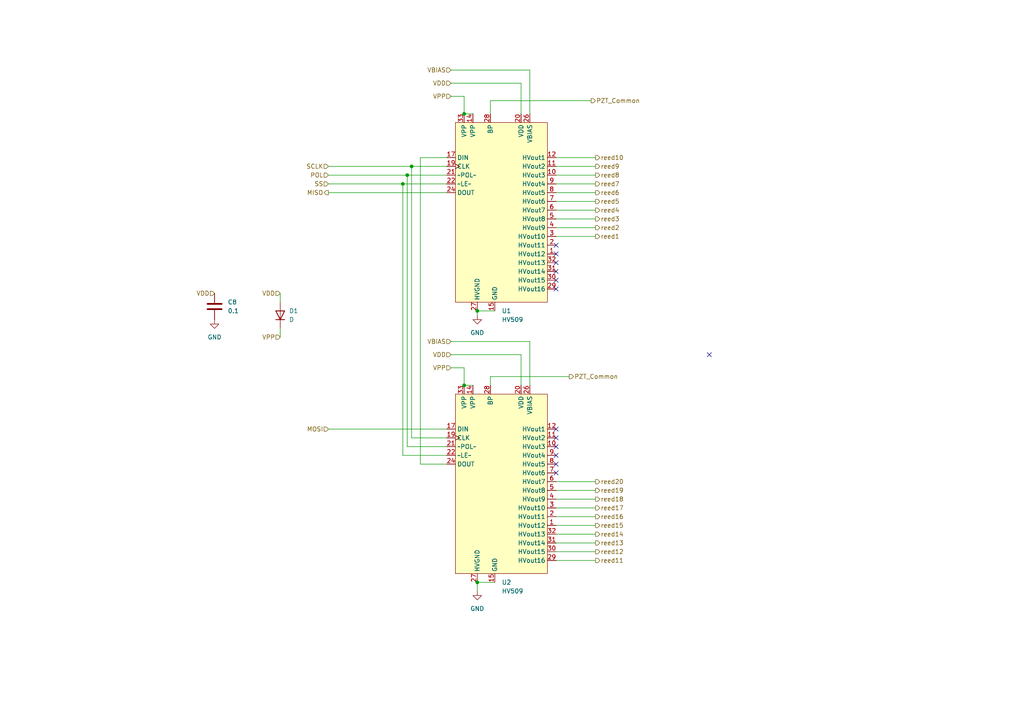
<source format=kicad_sch>
(kicad_sch (version 20230121) (generator eeschema)
  (paper "A4")
  (lib_symbols
    (symbol "Device:C" (pin_numbers hide) (pin_names (offset 0.254))
      (property "Reference" "C" (at 0.635 2.54 0))
      (property "Value" "C" (at 0.635 -2.54 0))
      (symbol "C_0_1"
        (polyline (pts (xy -2.032 -0.762) (xy 2.032 -0.762)) (stroke (width 0.508)))
        (polyline (pts (xy -2.032 0.762) (xy 2.032 0.762)) (stroke (width 0.508)))
      )
      (symbol "C_1_1"
        (pin passive line (at 0 3.81 270) (length 2.794) (name "~") (number "1"))
        (pin passive line (at 0 -3.81 90) (length 2.794) (name "~") (number "2"))
      )
    )
    (symbol "Device:D" (pin_numbers hide) (pin_names (offset 1.016) hide)
      (property "Reference" "D" (at 0 2.54 0))
      (property "Value" "D" (at 0 -2.54 0))
      (symbol "D_0_1"
        (polyline (pts (xy -1.27 1.27) (xy -1.27 -1.27)) (stroke (width 0.254)))
        (polyline (pts (xy 1.27 0) (xy -1.27 0)))
        (polyline (pts (xy 1.27 1.27) (xy 1.27 -1.27) (xy -1.27 0) (xy 1.27 1.27)) (stroke (width 0.254)))
      )
      (symbol "D_1_1"
        (pin passive line (at -3.81 0 0) (length 2.54) (name "K") (number "1"))
        (pin passive line (at 3.81 0 180) (length 2.54) (name "A") (number "2"))
      )
    )
    (symbol "GND_1" (power) (pin_names (offset 0))
      (property "Value" "GND_1" (at 0 -3.81 0))
      (symbol "GND_1_0_1"
        (polyline (pts (xy 0 0) (xy 0 -1.27) (xy 1.27 -1.27) (xy 0 -2.54) (xy -1.27 -1.27) (xy 0 -1.27)))
      )
      (symbol "GND_1_1_1"
        (pin power_in line (at 0 0 270) (length 0) hide (name "GND") (number "1"))
      )
    )
    (symbol "HV509:HV509"
      (property "Reference" "U?" (at 0 31.75 0))
      (property "Value" "HV509" (at 0 29.21 0))
      (symbol "HV509_0_1"
        (rectangle (start 12.7 -26.67) (end -13.97 25.4) (fill (type background)))
      )
      (symbol "HV509_1_1"
        (pin output line (at 15.24 -12.7 180) (length 2.54) (name "HVout12") (number "1"))
        (pin output line (at 15.24 10.16 180) (length 2.54) (name "HVout3") (number "10"))
        (pin output line (at 15.24 12.7 180) (length 2.54) (name "HVout2") (number "11"))
        (pin output line (at 15.24 15.24 180) (length 2.54) (name "HVout1") (number "12"))
        (pin no_connect line (at -16.51 0 0) (length 2.54) hide (name "NC") (number "13"))
        (pin power_in line (at -8.89 27.94 270) (length 2.54) (name "VPP") (number "14"))
        (pin power_in line (at -2.54 -29.21 90) (length 2.54) (name "GND") (number "15"))
        (pin no_connect line (at -16.51 -2.54 0) (length 2.54) hide (name "NC") (number "16"))
        (pin input line (at -16.51 15.24 0) (length 2.54) (name "DIN") (number "17"))
        (pin no_connect line (at -16.51 -5.08 0) (length 2.54) hide (name "NC") (number "18"))
        (pin input clock (at -16.51 12.7 0) (length 2.54) (name "CLK") (number "19"))
        (pin output line (at 15.24 -10.16 180) (length 2.54) (name "HVout11") (number "2"))
        (pin power_in line (at 5.08 27.94 270) (length 2.54) (name "VDD") (number "20"))
        (pin input line (at -16.51 10.16 0) (length 2.54) (name "~POL~") (number "21"))
        (pin input line (at -16.51 7.62 0) (length 2.54) (name "~LE~") (number "22"))
        (pin no_connect line (at -16.51 -7.62 0) (length 2.54) hide (name "NC") (number "23"))
        (pin input line (at -16.51 5.08 0) (length 2.54) (name "DOUT") (number "24"))
        (pin no_connect line (at -16.51 -10.16 0) (length 2.54) hide (name "NC") (number "25"))
        (pin power_in line (at 7.62 27.94 270) (length 2.54) (name "VBIAS") (number "26"))
        (pin power_in line (at -7.62 -29.21 90) (length 2.54) (name "HVGND") (number "27"))
        (pin power_out line (at -3.81 27.94 270) (length 2.54) (name "BP") (number "28"))
        (pin output line (at 15.24 -22.86 180) (length 2.54) (name "HVout16") (number "29"))
        (pin output line (at 15.24 -7.62 180) (length 2.54) (name "HVout10") (number "3"))
        (pin output line (at 15.24 -20.32 180) (length 2.54) (name "HVout15") (number "30"))
        (pin output line (at 15.24 -17.78 180) (length 2.54) (name "HVout14") (number "31"))
        (pin output line (at 15.24 -15.24 180) (length 2.54) (name "HVout13") (number "32"))
        (pin power_in line (at -11.43 27.94 270) (length 2.54) (name "VPP") (number "33"))
        (pin output line (at 15.24 -5.08 180) (length 2.54) (name "HVout9") (number "4"))
        (pin output line (at 15.24 -2.54 180) (length 2.54) (name "HVout8") (number "5"))
        (pin output line (at 15.24 0 180) (length 2.54) (name "HVout7") (number "6"))
        (pin output line (at 15.24 2.54 180) (length 2.54) (name "HVout6") (number "7"))
        (pin output line (at 15.24 5.08 180) (length 2.54) (name "HVout5") (number "8"))
        (pin output line (at 15.24 7.62 180) (length 2.54) (name "HVout4") (number "9"))
      )
    )
    (symbol "power:GND" (power) (pin_names (offset 0))
      (property "Value" "GND" (at 0 -3.81 0))
      (symbol "GND_0_1"
        (polyline (pts (xy 0 0) (xy 0 -1.27) (xy 1.27 -1.27) (xy 0 -2.54) (xy -1.27 -1.27) (xy 0 -1.27)))
      )
      (symbol "GND_1_1"
        (pin power_in line (at 0 0 270) (length 0) hide (name "GND") (number "1"))
      )
    )
  )
  (junction (at 116.84 53.34))
  (junction (at 134.62 111.76))
  (junction (at 118.11 50.8))
  (junction (at 134.62 33.02))
  (junction (at 119.38 48.26))
  (junction (at 138.43 90.17))
  (junction (at 138.43 168.91))
  (no_connect (at 161.29 137.16))
  (no_connect (at 161.29 81.28))
  (no_connect (at 161.29 134.62))
  (no_connect (at 161.29 71.12))
  (no_connect (at 161.29 76.2))
  (no_connect (at 161.29 78.74))
  (no_connect (at 161.29 127))
  (no_connect (at 161.29 124.46))
  (no_connect (at 161.29 132.08))
  (no_connect (at 205.74 102.87))
  (no_connect (at 161.29 73.66))
  (no_connect (at 161.29 83.82))
  (no_connect (at 161.29 129.54))
  (wire (pts (xy 172.72 48.26) (xy 161.29 48.26)))
  (wire (pts (xy 116.84 53.34) (xy 116.84 132.08)))
  (wire (pts (xy 172.72 55.88) (xy 161.29 55.88)))
  (wire (pts (xy 172.72 144.78) (xy 161.29 144.78)))
  (wire (pts (xy 172.72 154.94) (xy 161.29 154.94)))
  (wire (pts (xy 81.28 97.79) (xy 81.28 95.25)))
  (wire (pts (xy 172.72 60.96) (xy 161.29 60.96)))
  (wire (pts (xy 138.43 90.17) (xy 143.51 90.17)))
  (wire (pts (xy 130.81 20.32) (xy 153.67 20.32)))
  (wire (pts (xy 134.62 33.02) (xy 137.16 33.02)))
  (wire (pts (xy 121.92 134.62) (xy 121.92 45.72)))
  (wire (pts (xy 118.11 129.54) (xy 129.54 129.54)))
  (wire (pts (xy 95.25 48.26) (xy 119.38 48.26)))
  (wire (pts (xy 153.67 33.02) (xy 153.67 20.32)))
  (wire (pts (xy 172.72 50.8) (xy 161.29 50.8)))
  (wire (pts (xy 172.72 147.32) (xy 161.29 147.32)))
  (wire (pts (xy 172.72 63.5) (xy 161.29 63.5)))
  (wire (pts (xy 119.38 48.26) (xy 129.54 48.26)))
  (wire (pts (xy 138.43 91.44) (xy 138.43 90.17)))
  (wire (pts (xy 134.62 111.76) (xy 134.62 106.68)))
  (wire (pts (xy 142.24 111.76) (xy 142.24 109.22)))
  (wire (pts (xy 130.81 99.06) (xy 153.67 99.06)))
  (wire (pts (xy 172.72 162.56) (xy 161.29 162.56)))
  (wire (pts (xy 130.81 24.13) (xy 151.13 24.13)))
  (wire (pts (xy 118.11 50.8) (xy 118.11 129.54)))
  (wire (pts (xy 151.13 33.02) (xy 151.13 24.13)))
  (wire (pts (xy 95.25 55.88) (xy 129.54 55.88)))
  (wire (pts (xy 142.24 109.22) (xy 165.1 109.22)))
  (wire (pts (xy 95.25 50.8) (xy 118.11 50.8)))
  (wire (pts (xy 172.72 160.02) (xy 161.29 160.02)))
  (wire (pts (xy 129.54 134.62) (xy 121.92 134.62)))
  (wire (pts (xy 95.25 53.34) (xy 116.84 53.34)))
  (wire (pts (xy 151.13 111.76) (xy 151.13 102.87)))
  (wire (pts (xy 172.72 152.4) (xy 161.29 152.4)))
  (wire (pts (xy 121.92 45.72) (xy 129.54 45.72)))
  (wire (pts (xy 172.72 66.04) (xy 161.29 66.04)))
  (wire (pts (xy 95.25 124.46) (xy 129.54 124.46)))
  (wire (pts (xy 172.72 157.48) (xy 161.29 157.48)))
  (wire (pts (xy 116.84 132.08) (xy 129.54 132.08)))
  (wire (pts (xy 138.43 168.91) (xy 143.51 168.91)))
  (wire (pts (xy 130.81 102.87) (xy 151.13 102.87)))
  (wire (pts (xy 172.72 45.72) (xy 161.29 45.72)))
  (wire (pts (xy 118.11 50.8) (xy 129.54 50.8)))
  (wire (pts (xy 172.72 149.86) (xy 161.29 149.86)))
  (wire (pts (xy 116.84 53.34) (xy 129.54 53.34)))
  (wire (pts (xy 134.62 27.94) (xy 130.81 27.94)))
  (wire (pts (xy 130.81 106.68) (xy 134.62 106.68)))
  (wire (pts (xy 119.38 127) (xy 129.54 127)))
  (wire (pts (xy 172.72 139.7) (xy 161.29 139.7)))
  (wire (pts (xy 134.62 27.94) (xy 134.62 33.02)))
  (wire (pts (xy 172.72 58.42) (xy 161.29 58.42)))
  (wire (pts (xy 134.62 111.76) (xy 137.16 111.76)))
  (wire (pts (xy 81.28 85.09) (xy 81.28 87.63)))
  (wire (pts (xy 172.72 142.24) (xy 161.29 142.24)))
  (wire (pts (xy 172.72 53.34) (xy 161.29 53.34)))
  (wire (pts (xy 153.67 111.76) (xy 153.67 99.06)))
  (wire (pts (xy 142.24 29.21) (xy 171.45 29.21)))
  (wire (pts (xy 142.24 29.21) (xy 142.24 33.02)))
  (wire (pts (xy 119.38 48.26) (xy 119.38 127)))
  (wire (pts (xy 172.72 68.58) (xy 161.29 68.58)))
  (wire (pts (xy 138.43 171.45) (xy 138.43 168.91)))
  (hierarchical_label "reed2" (shape output) (at 172.72 66.04 0))
  (hierarchical_label "MISO" (shape output) (at 95.25 55.88 180))
  (hierarchical_label "reed13" (shape output) (at 172.72 157.48 0))
  (hierarchical_label "SCLK" (shape input) (at 95.25 48.26 180))
  (hierarchical_label "reed10" (shape output) (at 172.72 45.72 0))
  (hierarchical_label "reed5" (shape output) (at 172.72 58.42 0))
  (hierarchical_label "VPP" (shape input) (at 130.81 27.94 180))
  (hierarchical_label "reed3" (shape output) (at 172.72 63.5 0))
  (hierarchical_label "reed4" (shape output) (at 172.72 60.96 0))
  (hierarchical_label "reed16" (shape output) (at 172.72 149.86 0))
  (hierarchical_label "VDD" (shape input) (at 81.28 85.09 180))
  (hierarchical_label "reed20" (shape output) (at 172.72 139.7 0))
  (hierarchical_label "PZT_Common" (shape output) (at 171.45 29.21 0))
  (hierarchical_label "reed11" (shape output) (at 172.72 162.56 0))
  (hierarchical_label "reed9" (shape output) (at 172.72 48.26 0))
  (hierarchical_label "VDD" (shape input) (at 130.81 24.13 180))
  (hierarchical_label "reed8" (shape output) (at 172.72 50.8 0))
  (hierarchical_label "VPP" (shape input) (at 130.81 106.68 180))
  (hierarchical_label "reed6" (shape output) (at 172.72 55.88 0))
  (hierarchical_label "POL" (shape input) (at 95.25 50.8 180))
  (hierarchical_label "reed18" (shape output) (at 172.72 144.78 0))
  (hierarchical_label "reed12" (shape output) (at 172.72 160.02 0))
  (hierarchical_label "reed17" (shape output) (at 172.72 147.32 0))
  (hierarchical_label "VBIAS" (shape input) (at 130.81 20.32 180))
  (hierarchical_label "SS" (shape input) (at 95.25 53.34 180))
  (hierarchical_label "reed19" (shape output) (at 172.72 142.24 0))
  (hierarchical_label "VDD" (shape input) (at 130.81 102.87 180))
  (hierarchical_label "reed7" (shape output) (at 172.72 53.34 0))
  (hierarchical_label "reed15" (shape output) (at 172.72 152.4 0))
  (hierarchical_label "reed1" (shape output) (at 172.72 68.58 0))
  (hierarchical_label "VPP" (shape input) (at 81.28 97.79 180))
  (hierarchical_label "PZT_Common" (shape output) (at 165.1 109.22 0))
  (hierarchical_label "reed14" (shape output) (at 172.72 154.94 0))
  (hierarchical_label "VBIAS" (shape input) (at 130.81 99.06 180))
  (hierarchical_label "VDD" (shape input) (at 62.23 85.09 180))
  (hierarchical_label "MOSI" (shape input) (at 95.25 124.46 180))
  (symbol (lib_id "Device:D") (at 81.28 91.44 90) (unit 1)
    (property "Reference" "D1" (at 83.82 90.1699 90) (effects (justify right)))
    (property "Value" "D" (at 83.82 92.7099 90) (effects (justify right)))
    (property "Footprint" "Diode_SMD:D_SOD-123F" (effects hide))
    (property "Part" " DSK120-K120" (effects hide))
  )
  (symbol (lib_id "HV509:HV509") (at 146.05 60.96 0) (unit 1)
    (property "Reference" "U1" (at 145.5294 90.17 0) (effects (justify left)))
    (property "Value" "HV509" (at 145.5294 92.71 0) (effects (justify left)))
    (property "Footprint" "Package_DFN_QFN:HVQFN-32-1EP_5x5mm_P0.5mm_EP3.1x3.1mm_ThermalVias" (effects hide))
  )
  (symbol (lib_id "power:GND") (at 138.43 171.45 0) (unit 1)
    (property "Reference" "#PWR02" (effects hide))
    (property "Value" "GND" (at 138.43 176.53 0))
  )
  (symbol (lib_name "GND_1") (lib_id "power:GND") (at 62.23 92.71 0) (unit 1)
    (property "Reference" "#PWR05" (effects hide))
    (property "Value" "GND" (at 62.23 97.79 0))
  )
  (symbol (lib_id "power:GND") (at 138.43 91.44 0) (unit 1)
    (property "Reference" "#PWR01" (effects hide))
    (property "Value" "GND" (at 138.43 96.52 0))
  )
  (symbol (lib_id "HV509:HV509") (at 146.05 139.7 0) (unit 1)
    (property "Reference" "U2" (at 145.5294 168.91 0) (effects (justify left)))
    (property "Value" "HV509" (at 145.5294 171.45 0) (effects (justify left)))
    (property "Footprint" "Package_DFN_QFN:HVQFN-32-1EP_5x5mm_P0.5mm_EP3.1x3.1mm_ThermalVias" (effects hide))
  )
  (symbol (lib_id "Device:C") (at 62.23 88.9 0) (unit 1)
    (property "Reference" "C8" (at 66.04 87.63 0) (effects (justify left)))
    (property "Value" "0.1" (at 66.04 90.17 0) (effects (justify left)))
    (property "Footprint" "Capacitor_SMD:C_0603_1608Metric" (effects hide))
  )
)
</source>
